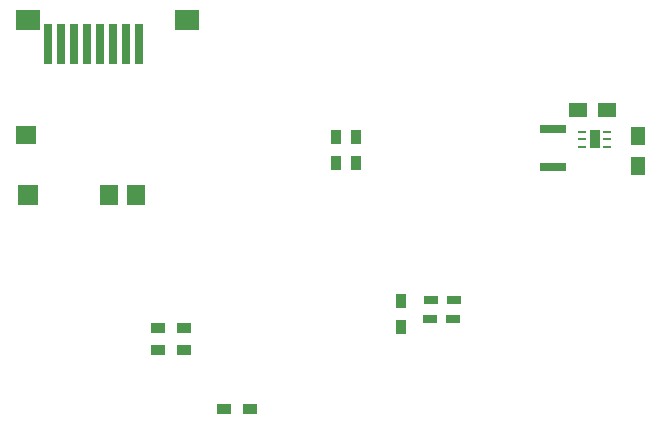
<source format=gbp>
G04 #@! TF.FileFunction,Paste,Bot*
%FSLAX46Y46*%
G04 Gerber Fmt 4.6, Leading zero omitted, Abs format (unit mm)*
G04 Created by KiCad (PCBNEW 4.0.0-rc1-stable) date 08/11/2015 16:00:56*
%MOMM*%
G01*
G04 APERTURE LIST*
%ADD10C,0.100000*%
%ADD11R,1.250000X1.500000*%
%ADD12R,1.500000X1.250000*%
%ADD13R,1.200000X0.750000*%
%ADD14R,1.200000X0.900000*%
%ADD15R,0.900000X1.200000*%
%ADD16R,2.200000X0.800000*%
%ADD17R,0.700000X0.250000*%
%ADD18R,0.900000X1.500000*%
%ADD19R,0.800000X3.500000*%
%ADD20R,2.000000X1.700000*%
%ADD21R,1.750000X1.500000*%
%ADD22R,1.800000X1.750000*%
%ADD23R,1.500000X1.750000*%
G04 APERTURE END LIST*
D10*
D11*
X181554120Y-91175520D03*
X181554120Y-93675520D03*
D12*
X176448400Y-88905080D03*
X178948400Y-88905080D03*
D13*
X163984900Y-106641900D03*
X165884900Y-106641900D03*
X164050000Y-105000000D03*
X165950000Y-105000000D03*
D14*
X146540040Y-114223800D03*
X148740040Y-114223800D03*
D15*
X156032200Y-93444240D03*
X156032200Y-91244240D03*
X157698440Y-91254400D03*
X157698440Y-93454400D03*
D16*
X174376080Y-93746120D03*
X174376080Y-90546120D03*
D15*
X161498280Y-107322800D03*
X161498280Y-105122800D03*
D14*
X140891080Y-107375960D03*
X143091080Y-107375960D03*
X143121560Y-109275880D03*
X140921560Y-109275880D03*
D17*
X176841440Y-92090000D03*
X176841440Y-91440000D03*
X176841440Y-90790000D03*
X178941440Y-90790000D03*
X178941440Y-91440000D03*
X178941440Y-92090000D03*
D18*
X177891440Y-91440000D03*
D19*
X139326600Y-83328600D03*
X138226600Y-83328600D03*
X137126600Y-83328600D03*
X136026600Y-83328600D03*
X134926600Y-83328600D03*
X133826600Y-83328600D03*
X132726600Y-83328600D03*
X131626600Y-83328600D03*
D20*
X129876600Y-81328600D03*
X143376600Y-81328600D03*
D21*
X129751600Y-91078600D03*
D22*
X129876600Y-96103600D03*
D23*
X139076600Y-96103600D03*
X136776600Y-96103600D03*
M02*

</source>
